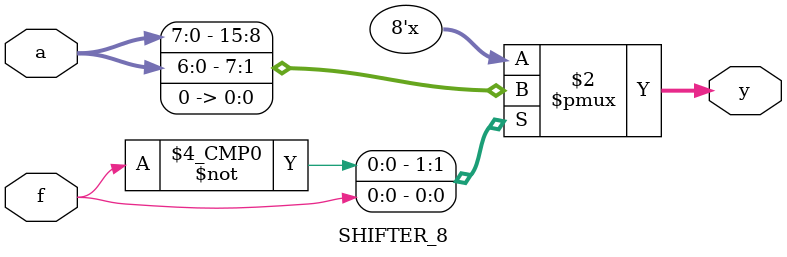
<source format=v>
module SHIFTER_8(
	input [7:0]a,
	input f,
	output reg [7:0]y
);

	always@(a or f)
		begin
			case(f)
				0: y = a;
				1: y = {a[6:0],1'b0};
			endcase
	end
	
endmodule
</source>
